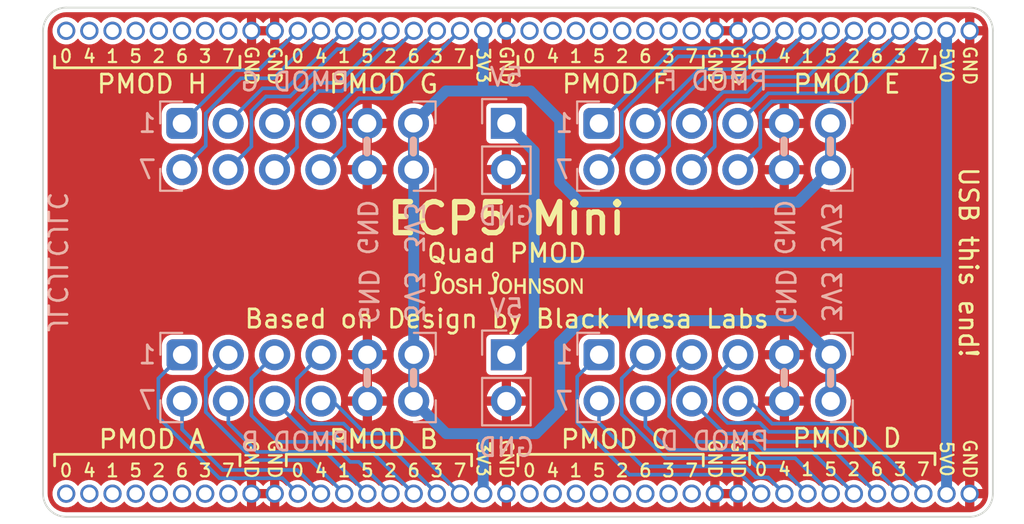
<source format=kicad_pcb>
(kicad_pcb (version 20200916) (generator pcbnew)
  (title_block (title "Quad PMOD") (date "2020-09-20") (rev "0.1") (company "Josh Johnson"))
  (layers (0 "F.Cu" signal) (31 "B.Cu" signal) (34 "B.Paste" user) (35 "F.Paste" user) (36 "B.SilkS" user) (37 "F.SilkS" user) (38 "B.Mask" user) (39 "F.Mask" user) (44 "Edge.Cuts" user))
  (net 0 "")
  (net 1 "/PORT_B0")
  (net 2 "/PORT_B4")
  (net 3 "/PORT_B1")
  (net 4 "/PORT_B5")
  (net 5 "/PORT_B2")
  (net 6 "/PORT_B6")
  (net 7 "/PORT_B3")
  (net 8 "/PORT_B7")
  (net 9 "/PORT_C0")
  (net 10 "/PORT_C4")
  (net 11 "/PORT_C1")
  (net 12 "/PORT_C5")
  (net 13 "/PORT_C2")
  (net 14 "/PORT_C6")
  (net 15 "/PORT_C3")
  (net 16 "/PORT_C7")
  (net 17 "/PORT_D0")
  (net 18 "/PORT_D4")
  (net 19 "/PORT_D1")
  (net 20 "/PORT_D5")
  (net 21 "/PORT_D2")
  (net 22 "/PORT_D6")
  (net 23 "/PORT_D3")
  (net 24 "/PORT_D7")
  (net 25 "/PORT_G0")
  (net 26 "/PORT_G4")
  (net 27 "/PORT_G1")
  (net 28 "/PORT_G5")
  (net 29 "/PORT_G2")
  (net 30 "/PORT_G6")
  (net 31 "/PORT_G3")
  (net 32 "/PORT_G7")
  (net 33 "/PORT_F0")
  (net 34 "/PORT_F4")
  (net 35 "/PORT_F1")
  (net 36 "/PORT_F5")
  (net 37 "/PORT_F2")
  (net 38 "/PORT_F6")
  (net 39 "/PORT_F3")
  (net 40 "/PORT_F7")
  (net 41 "/PORT_E0")
  (net 42 "GND")
  (net 43 "+5V")
  (net 44 "/PORT_E4")
  (net 45 "/PORT_E1")
  (net 46 "/PORT_E5")
  (net 47 "/PORT_E2")
  (net 48 "+3V3")
  (net 49 "/PORT_E6")
  (net 50 "/PORT_E3")
  (net 51 "/PORT_E7")
  (net 52 "/PORT_H7")
  (net 53 "/PORT_H3")
  (net 54 "/PORT_H6")
  (net 55 "/PORT_H2")
  (net 56 "/PORT_H5")
  (net 57 "/PORT_H1")
  (net 58 "/PORT_H4")
  (net 59 "/PORT_H0")
  (net 60 "/PORT_A0")
  (net 61 "/PORT_A4")
  (net 62 "/PORT_A1")
  (net 63 "/PORT_A5")
  (net 64 "/PORT_A2")
  (net 65 "/PORT_A6")
  (net 66 "/PORT_A3")
  (net 67 "/PORT_A7")
  (module "josh-connectors:ECP5-Mini-Edge-40x1.27" (layer "F.Cu") (at 117.348 80.264 90)
    (fp_text reference "J4" hide)
    (fp_text value "S7 Mini")
    (pad "1" thru_hole circle (at 1.27 0 90) (size 1 1) (drill 0.7) (layers *.Cu *.Mask) (net 59 "/PORT_H0") (clearance 0.25))
    (pad "2" thru_hole oval (at 1.27 1.27 90) (size 1 1) (drill 0.7) (layers *.Cu *.Mask) (net 58 "/PORT_H4") (clearance 0.25))
    (pad "3" thru_hole oval (at 1.27 2.54 90) (size 1 1) (drill 0.7) (layers *.Cu *.Mask) (net 57 "/PORT_H1") (clearance 0.25))
    (pad "4" thru_hole oval (at 1.27 3.81 90) (size 1 1) (drill 0.7) (layers *.Cu *.Mask) (net 56 "/PORT_H5") (clearance 0.25))
    (pad "5" thru_hole oval (at 1.27 5.08 90) (size 1 1) (drill 0.7) (layers *.Cu *.Mask) (net 55 "/PORT_H2") (clearance 0.25))
    (pad "6" thru_hole oval (at 1.27 6.35 90) (size 1 1) (drill 0.7) (layers *.Cu *.Mask) (net 54 "/PORT_H6") (clearance 0.25))
    (pad "7" thru_hole oval (at 1.27 7.62 90) (size 1 1) (drill 0.7) (layers *.Cu *.Mask) (net 53 "/PORT_H3") (clearance 0.25))
    (pad "8" thru_hole oval (at 1.27 8.89 90) (size 1 1) (drill 0.7) (layers *.Cu *.Mask) (net 52 "/PORT_H7") (clearance 0.25))
    (pad "9" thru_hole oval (at 1.27 10.16 90) (size 1 1) (drill 0.7) (layers *.Cu *.Mask) (net 42 "GND") (clearance 0.25))
    (pad "10" thru_hole oval (at 1.27 11.43 90) (size 1 1) (drill 0.7) (layers *.Cu *.Mask) (net 42 "GND") (clearance 0.25))
    (pad "11" thru_hole oval (at 1.27 12.7 90) (size 1 1) (drill 0.7) (layers *.Cu *.Mask) (net 25 "/PORT_G0") (clearance 0.25))
    (pad "12" thru_hole oval (at 1.27 13.97 90) (size 1 1) (drill 0.7) (layers *.Cu *.Mask) (net 26 "/PORT_G4") (clearance 0.25))
    (pad "13" thru_hole oval (at 1.27 15.24 90) (size 1 1) (drill 0.7) (layers *.Cu *.Mask) (net 27 "/PORT_G1") (clearance 0.25))
    (pad "14" thru_hole oval (at 1.27 16.51 90) (size 1 1) (drill 0.7) (layers *.Cu *.Mask) (net 28 "/PORT_G5") (clearance 0.25))
    (pad "15" thru_hole oval (at 1.27 17.78 90) (size 1 1) (drill 0.7) (layers *.Cu *.Mask) (net 29 "/PORT_G2") (clearance 0.25))
    (pad "16" thru_hole oval (at 1.27 19.05 90) (size 1 1) (drill 0.7) (layers *.Cu *.Mask) (net 30 "/PORT_G6") (clearance 0.25))
    (pad "17" thru_hole oval (at 1.27 20.32 90) (size 1 1) (drill 0.7) (layers *.Cu *.Mask) (net 31 "/PORT_G3") (clearance 0.25))
    (pad "18" thru_hole oval (at 1.27 21.59 90) (size 1 1) (drill 0.7) (layers *.Cu *.Mask) (net 32 "/PORT_G7"))
    (pad "19" thru_hole oval (at 1.27 22.86 90) (size 1 1) (drill 0.7) (layers *.Cu *.Mask) (net 48 "+3V3"))
    (pad "20" thru_hole oval (at 1.27 24.13 90) (size 1 1) (drill 0.7) (layers *.Cu *.Mask) (net 42 "GND"))
    (pad "21" thru_hole oval (at 1.27 25.4 90) (size 1 1) (drill 0.7) (layers *.Cu *.Mask) (net 33 "/PORT_F0") (clearance 0.25))
    (pad "22" thru_hole oval (at 1.27 26.67 90) (size 1 1) (drill 0.7) (layers *.Cu *.Mask) (net 34 "/PORT_F4") (clearance 0.25))
    (pad "23" thru_hole oval (at 1.27 27.94 90) (size 1 1) (drill 0.7) (layers *.Cu *.Mask) (net 35 "/PORT_F1") (clearance 0.25))
    (pad "24" thru_hole oval (at 1.27 29.21 90) (size 1 1) (drill 0.7) (layers *.Cu *.Mask) (net 36 "/PORT_F5") (clearance 0.25))
    (pad "25" thru_hole oval (at 1.27 30.48 90) (size 1 1) (drill 0.7) (layers *.Cu *.Mask) (net 37 "/PORT_F2"))
    (pad "26" thru_hole oval (at 1.27 31.75 90) (size 1 1) (drill 0.7) (layers *.Cu *.Mask) (net 38 "/PORT_F6"))
    (pad "27" thru_hole oval (at 1.27 33.02 90) (size 1 1) (drill 0.7) (layers *.Cu *.Mask) (net 39 "/PORT_F3") (clearance 0.25))
    (pad "28" thru_hole oval (at 1.27 34.29 90) (size 1 1) (drill 0.7) (layers *.Cu *.Mask) (net 40 "/PORT_F7"))
    (pad "29" thru_hole oval (at 1.27 35.56 90) (size 1 1) (drill 0.7) (layers *.Cu *.Mask) (net 42 "GND") (clearance 0.25))
    (pad "30" thru_hole oval (at 1.27 36.83 90) (size 1 1) (drill 0.7) (layers *.Cu *.Mask) (net 42 "GND") (clearance 0.25))
    (pad "31" thru_hole oval (at 1.27 38.1 90) (size 1 1) (drill 0.7) (layers *.Cu *.Mask) (net 41 "/PORT_E0"))
    (pad "32" thru_hole oval (at 1.27 39.37 90) (size 1 1) (drill 0.7) (layers *.Cu *.Mask) (net 44 "/PORT_E4") (clearance 0.25))
    (pad "33" thru_hole oval (at 1.27 40.64 90) (size 1 1) (drill 0.7) (layers *.Cu *.Mask) (net 45 "/PORT_E1") (clearance 0.25))
    (pad "34" thru_hole oval (at 1.27 41.91 90) (size 1 1) (drill 0.7) (layers *.Cu *.Mask) (net 46 "/PORT_E5") (clearance 0.25))
    (pad "35" thru_hole oval (at 1.27 43.18 90) (size 1 1) (drill 0.7) (layers *.Cu *.Mask) (net 47 "/PORT_E2") (clearance 0.25))
    (pad "36" thru_hole oval (at 1.27 44.45 90) (size 1 1) (drill 0.7) (layers *.Cu *.Mask) (net 49 "/PORT_E6"))
    (pad "37" thru_hole oval (at 1.27 45.72 90) (size 1 1) (drill 0.7) (layers *.Cu *.Mask) (net 50 "/PORT_E3") (clearance 0.25))
    (pad "38" thru_hole oval (at 1.27 46.99 90) (size 1 1) (drill 0.7) (layers *.Cu *.Mask) (net 51 "/PORT_E7"))
    (pad "39" thru_hole oval (at 1.27 48.26 90) (size 1 1) (drill 0.7) (layers *.Cu *.Mask) (net 43 "+5V"))
    (pad "40" thru_hole oval (at 1.27 49.53 90) (size 1 1) (drill 0.7) (layers *.Cu *.Mask) (net 42 "GND"))
  )
  (module "josh-logos:josh-johnson-logo-8_6x1_5" (layer "F.Cu") (at 141.5 92.8)
    (fp_text reference "LOGO1" hide)
    (fp_text value "Josh-Logo" hide)
  )
  (module "josh-connectors:PMOD_HOST" (layer "B.Cu") (at 146.558 84.074 -90)
    (fp_text reference "J8" hide)
    (fp_text value "PMOD")
    (fp_text user "3V3" (at 5.715 -12.7 -90 unlocked) (layer "B.SilkS") (effects (justify mirror)))
    (fp_text user "GND" (at 5.715 -10.14 -90 unlocked) (layer "B.SilkS") (effects (justify mirror)))
    (fp_text user "1" (at 0 1.905 unlocked) (layer "B.SilkS") (effects (justify mirror)))
    (fp_text user "7" (at 2.54 1.905 unlocked) (layer "B.SilkS") (effects (justify mirror)))
    (pad "1" thru_hole roundrect (at 0.0032 0.01044 90) (size 1.7 1.7) (drill 1) (layers *.Cu *.Mask) (roundrect_rratio 0.2) (net 41 "/PORT_E0"))
    (pad "2" thru_hole oval (at 0.0032 -2.52956 90) (size 1.7 1.7) (drill 1) (layers *.Cu *.Mask) (net 45 "/PORT_E1"))
    (pad "3" thru_hole oval (at 0.0032 -5.06956 90) (size 1.7 1.7) (drill 1) (layers *.Cu *.Mask) (net 47 "/PORT_E2"))
    (pad "4" thru_hole oval (at 0.0032 -7.60956 90) (size 1.7 1.7) (drill 1) (layers *.Cu *.Mask) (net 50 "/PORT_E3"))
    (pad "5" thru_hole oval (at 0.0032 -10.14956 90) (size 1.7 1.7) (drill 1) (layers *.Cu *.Mask) (net 42 "GND"))
    (pad "6" thru_hole oval (at 0.0032 -12.68956 90) (size 1.7 1.7) (drill 1) (layers *.Cu *.Mask) (net 48 "+3V3"))
    (pad "7" thru_hole oval (at 2.5432 0.01044 90) (size 1.7 1.7) (drill 1) (layers *.Cu *.Mask) (net 44 "/PORT_E4"))
    (pad "8" thru_hole oval (at 2.5432 -2.52956 90) (size 1.7 1.7) (drill 1) (layers *.Cu *.Mask) (net 46 "/PORT_E5"))
    (pad "9" thru_hole oval (at 2.5432 -5.06956 90) (size 1.7 1.7) (drill 1) (layers *.Cu *.Mask) (net 49 "/PORT_E6"))
    (pad "10" thru_hole oval (at 2.5432 -7.60956 90) (size 1.7 1.7) (drill 1) (layers *.Cu *.Mask) (net 51 "/PORT_E7"))
    (pad "11" thru_hole oval (at 2.5432 -10.14956 90) (size 1.7 1.7) (drill 1) (layers *.Cu *.Mask) (net 42 "GND"))
    (pad "12" thru_hole oval (at 2.5432 -12.68956 90) (size 1.7 1.7) (drill 1) (layers *.Cu *.Mask) (net 48 "+3V3"))
  )
  (module "Connector_PinSocket_2.54mm:PinSocket_1x02_P2.54mm_Vertical" (layer "B.Cu") (at 141.478 84.074 180)
    (fp_text reference "J6" hide)
    (fp_text value "PWR")
    (pad "1" thru_hole rect (at 0 0 180) (size 1.7 1.7) (drill 1) (layers *.Cu *.Mask) (net 43 "+5V"))
    (pad "2" thru_hole oval (at 0 -2.54 180) (size 1.7 1.7) (drill 1) (layers *.Cu *.Mask) (net 42 "GND"))
  )
  (module "josh-connectors:PMOD_HOST" (layer "B.Cu") (at 123.698 84.074 -90)
    (fp_text reference "J7" hide)
    (fp_text value "PMOD")
    (fp_text user "7" (at 2.54 1.905 unlocked) (layer "B.SilkS") (effects (justify mirror)))
    (fp_text user "1" (at 0 1.905 unlocked) (layer "B.SilkS") (effects (justify mirror)))
    (fp_text user "GND" (at 5.715 -10.14 -90 unlocked) (layer "B.SilkS") (effects (justify mirror)))
    (fp_text user "3V3" (at 5.715 -12.7 -90 unlocked) (layer "B.SilkS") (effects (justify mirror)))
    (pad "1" thru_hole roundrect (at 0.0032 0.01044 90) (size 1.7 1.7) (drill 1) (layers *.Cu *.Mask) (roundrect_rratio 0.2) (net 25 "/PORT_G0"))
    (pad "2" thru_hole oval (at 0.0032 -2.52956 90) (size 1.7 1.7) (drill 1) (layers *.Cu *.Mask) (net 27 "/PORT_G1"))
    (pad "3" thru_hole oval (at 0.0032 -5.06956 90) (size 1.7 1.7) (drill 1) (layers *.Cu *.Mask) (net 29 "/PORT_G2"))
    (pad "4" thru_hole oval (at 0.0032 -7.60956 90) (size 1.7 1.7) (drill 1) (layers *.Cu *.Mask) (net 31 "/PORT_G3"))
    (pad "5" thru_hole oval (at 0.0032 -10.14956 90) (size 1.7 1.7) (drill 1) (layers *.Cu *.Mask) (net 42 "GND"))
    (pad "6" thru_hole oval (at 0.0032 -12.68956 90) (size 1.7 1.7) (drill 1) (layers *.Cu *.Mask) (net 48 "+3V3"))
    (pad "7" thru_hole oval (at 2.5432 0.01044 90) (size 1.7 1.7) (drill 1) (layers *.Cu *.Mask) (net 26 "/PORT_G4"))
    (pad "8" thru_hole oval (at 2.5432 -2.52956 90) (size 1.7 1.7) (drill 1) (layers *.Cu *.Mask) (net 28 "/PORT_G5"))
    (pad "9" thru_hole oval (at 2.5432 -5.06956 90) (size 1.7 1.7) (drill 1) (layers *.Cu *.Mask) (net 30 "/PORT_G6"))
    (pad "10" thru_hole oval (at 2.5432 -7.60956 90) (size 1.7 1.7) (drill 1) (layers *.Cu *.Mask) (net 32 "/PORT_G7"))
    (pad "11" thru_hole oval (at 2.5432 -10.14956 90) (size 1.7 1.7) (drill 1) (layers *.Cu *.Mask) (net 42 "GND"))
    (pad "12" thru_hole oval (at 2.5432 -12.68956 90) (size 1.7 1.7) (drill 1) (layers *.Cu *.Mask) (net 48 "+3V3"))
  )
  (module "josh-connectors:ECP5-Mini-Edge-40x1.27" (layer "B.Cu") (at 117.348 103.124 -90)
    (fp_text reference "J3" hide)
    (fp_text value "S7 Mini")
    (pad "1" thru_hole circle (at 1.27 0 270) (size 1 1) (drill 0.7) (layers *.Cu *.Mask) (net 60 "/PORT_A0") (clearance 0.25))
    (pad "2" thru_hole oval (at 1.27 -1.27 270) (size 1 1) (drill 0.7) (layers *.Cu *.Mask) (net 61 "/PORT_A4") (clearance 0.25))
    (pad "3" thru_hole oval (at 1.27 -2.54 270) (size 1 1) (drill 0.7) (layers *.Cu *.Mask) (net 62 "/PORT_A1") (clearance 0.25))
    (pad "4" thru_hole oval (at 1.27 -3.81 270) (size 1 1) (drill 0.7) (layers *.Cu *.Mask) (net 63 "/PORT_A5") (clearance 0.25))
    (pad "5" thru_hole oval (at 1.27 -5.08 270) (size 1 1) (drill 0.7) (layers *.Cu *.Mask) (net 64 "/PORT_A2") (clearance 0.25))
    (pad "6" thru_hole oval (at 1.27 -6.35 270) (size 1 1) (drill 0.7) (layers *.Cu *.Mask) (net 65 "/PORT_A6") (clearance 0.25))
    (pad "7" thru_hole oval (at 1.27 -7.62 270) (size 1 1) (drill 0.7) (layers *.Cu *.Mask) (net 66 "/PORT_A3") (clearance 0.25))
    (pad "8" thru_hole oval (at 1.27 -8.89 270) (size 1 1) (drill 0.7) (layers *.Cu *.Mask) (net 67 "/PORT_A7") (clearance 0.25))
    (pad "9" thru_hole oval (at 1.27 -10.16 270) (size 1 1) (drill 0.7) (layers *.Cu *.Mask) (net 42 "GND") (clearance 0.25))
    (pad "10" thru_hole oval (at 1.27 -11.43 270) (size 1 1) (drill 0.7) (layers *.Cu *.Mask) (net 42 "GND") (clearance 0.25))
    (pad "11" thru_hole oval (at 1.27 -12.7 270) (size 1 1) (drill 0.7) (layers *.Cu *.Mask) (net 1 "/PORT_B0") (clearance 0.25))
    (pad "12" thru_hole oval (at 1.27 -13.97 270) (size 1 1) (drill 0.7) (layers *.Cu *.Mask) (net 2 "/PORT_B4") (clearance 0.25))
    (pad "13" thru_hole oval (at 1.27 -15.24 270) (size 1 1) (drill 0.7) (layers *.Cu *.Mask) (net 3 "/PORT_B1") (clearance 0.25))
    (pad "14" thru_hole oval (at 1.27 -16.51 270) (size 1 1) (drill 0.7) (layers *.Cu *.Mask) (net 4 "/PORT_B5") (clearance 0.25))
    (pad "15" thru_hole oval (at 1.27 -17.78 270) (size 1 1) (drill 0.7) (layers *.Cu *.Mask) (net 5 "/PORT_B2") (clearance 0.25))
    (pad "16" thru_hole oval (at 1.27 -19.05 270) (size 1 1) (drill 0.7) (layers *.Cu *.Mask) (net 6 "/PORT_B6") (clearance 0.25))
    (pad "17" thru_hole oval (at 1.27 -20.32 270) (size 1 1) (drill 0.7) (layers *.Cu *.Mask) (net 7 "/PORT_B3") (clearance 0.25))
    (pad "18" thru_hole oval (at 1.27 -21.59 270) (size 1 1) (drill 0.7) (layers *.Cu *.Mask) (net 8 "/PORT_B7"))
    (pad "19" thru_hole oval (at 1.27 -22.86 270) (size 1 1) (drill 0.7) (layers *.Cu *.Mask) (net 48 "+3V3"))
    (pad "20" thru_hole oval (at 1.27 -24.13 270) (size 1 1) (drill 0.7) (layers *.Cu *.Mask) (net 42 "GND"))
    (pad "21" thru_hole oval (at 1.27 -25.4 270) (size 1 1) (drill 0.7) (layers *.Cu *.Mask) (net 9 "/PORT_C0") (clearance 0.25))
    (pad "22" thru_hole oval (at 1.27 -26.67 270) (size 1 1) (drill 0.7) (layers *.Cu *.Mask) (net 10 "/PORT_C4") (clearance 0.25))
    (pad "23" thru_hole oval (at 1.27 -27.94 270) (size 1 1) (drill 0.7) (layers *.Cu *.Mask) (net 11 "/PORT_C1") (clearance 0.25))
    (pad "24" thru_hole oval (at 1.27 -29.21 270) (size 1 1) (drill 0.7) (layers *.Cu *.Mask) (net 12 "/PORT_C5") (clearance 0.25))
    (pad "25" thru_hole oval (at 1.27 -30.48 270) (size 1 1) (drill 0.7) (layers *.Cu *.Mask) (net 13 "/PORT_C2"))
    (pad "26" thru_hole oval (at 1.27 -31.75 270) (size 1 1) (drill 0.7) (layers *.Cu *.Mask) (net 14 "/PORT_C6"))
    (pad "27" thru_hole oval (at 1.27 -33.02 270) (size 1 1) (drill 0.7) (layers *.Cu *.Mask) (net 15 "/PORT_C3") (clearance 0.25))
    (pad "28" thru_hole oval (at 1.27 -34.29 270) (size 1 1) (drill 0.7) (layers *.Cu *.Mask) (net 16 "/PORT_C7"))
    (pad "29" thru_hole oval (at 1.27 -35.56 270) (size 1 1) (drill 0.7) (layers *.Cu *.Mask) (net 42 "GND") (clearance 0.25))
    (pad "30" thru_hole oval (at 1.27 -36.83 270) (size 1 1) (drill 0.7) (layers *.Cu *.Mask) (net 42 "GND") (clearance 0.25))
    (pad "31" thru_hole oval (at 1.27 -38.1 270) (size 1 1) (drill 0.7) (layers *.Cu *.Mask) (net 17 "/PORT_D0"))
    (pad "32" thru_hole oval (at 1.27 -39.37 270) (size 1 1) (drill 0.7) (layers *.Cu *.Mask) (net 18 "/PORT_D4") (clearance 0.25))
    (pad "33" thru_hole oval (at 1.27 -40.64 270) (size 1 1) (drill 0.7) (layers *.Cu *.Mask) (net 19 "/PORT_D1") (clearance 0.25))
    (pad "34" thru_hole oval (at 1.27 -41.91 270) (size 1 1) (drill 0.7) (layers *.Cu *.Mask) (net 20 "/PORT_D5") (clearance 0.25))
    (pad "35" thru_hole oval (at 1.27 -43.18 270) (size 1 1) (drill 0.7) (layers *.Cu *.Mask) (net 21 "/PORT_D2") (clearance 0.25))
    (pad "36" thru_hole oval (at 1.27 -44.45 270) (size 1 1) (drill 0.7) (layers *.Cu *.Mask) (net 22 "/PORT_D6"))
    (pad "37" thru_hole oval (at 1.27 -45.72 270) (size 1 1) (drill 0.7) (layers *.Cu *.Mask) (net 23 "/PORT_D3") (clearance 0.25))
    (pad "38" thru_hole oval (at 1.27 -46.99 270) (size 1 1) (drill 0.7) (layers *.Cu *.Mask) (net 24 "/PORT_D7"))
    (pad "39" thru_hole oval (at 1.27 -48.26 270) (size 1 1) (drill 0.7) (layers *.Cu *.Mask) (net 43 "+5V"))
    (pad "40" thru_hole oval (at 1.27 -49.53 270) (size 1 1) (drill 0.7) (layers *.Cu *.Mask) (net 42 "GND"))
  )
  (module "josh-connectors:PMOD_HOST" (layer "B.Cu") (at 146.56844 96.7676 -90)
    (fp_text reference "J2" hide)
    (fp_text value "PMOD")
    (fp_text user "7" (at 2.5464 1.91544 unlocked) (layer "B.SilkS") (effects (justify mirror)))
    (fp_text user "3V3" (at -3.2 -12.7 -90 unlocked) (layer "B.SilkS") (effects (justify mirror)))
    (fp_text user "1" (at 0.0064 1.91544 unlocked) (layer "B.SilkS") (effects (justify mirror)))
    (fp_text user "GND" (at -3.2 -10.2 -90 unlocked) (layer "B.SilkS") (effects (justify mirror)))
    (pad "1" thru_hole roundrect (at 0.0032 0.01044 90) (size 1.7 1.7) (drill 1) (layers *.Cu *.Mask) (roundrect_rratio 0.2) (net 17 "/PORT_D0"))
    (pad "2" thru_hole oval (at 0.0032 -2.52956 90) (size 1.7 1.7) (drill 1) (layers *.Cu *.Mask) (net 19 "/PORT_D1"))
    (pad "3" thru_hole oval (at 0.0032 -5.06956 90) (size 1.7 1.7) (drill 1) (layers *.Cu *.Mask) (net 21 "/PORT_D2"))
    (pad "4" thru_hole oval (at 0.0032 -7.60956 90) (size 1.7 1.7) (drill 1) (layers *.Cu *.Mask) (net 23 "/PORT_D3"))
    (pad "5" thru_hole oval (at 0.0032 -10.14956 90) (size 1.7 1.7) (drill 1) (layers *.Cu *.Mask) (net 42 "GND"))
    (pad "6" thru_hole oval (at 0.0032 -12.68956 90) (size 1.7 1.7) (drill 1) (layers *.Cu *.Mask) (net 48 "+3V3"))
    (pad "7" thru_hole oval (at 2.5432 0.01044 90) (size 1.7 1.7) (drill 1) (layers *.Cu *.Mask) (net 18 "/PORT_D4"))
    (pad "8" thru_hole oval (at 2.5432 -2.52956 90) (size 1.7 1.7) (drill 1) (layers *.Cu *.Mask) (net 20 "/PORT_D5"))
    (pad "9" thru_hole oval (at 2.5432 -5.06956 90) (size 1.7 1.7) (drill 1) (layers *.Cu *.Mask) (net 22 "/PORT_D6"))
    (pad "10" thru_hole oval (at 2.5432 -7.60956 90) (size 1.7 1.7) (drill 1) (layers *.Cu *.Mask) (net 24 "/PORT_D7"))
    (pad "11" thru_hole oval (at 2.5432 -10.14956 90) (size 1.7 1.7) (drill 1) (layers *.Cu *.Mask) (net 42 "GND"))
    (pad "12" thru_hole oval (at 2.5432 -12.68956 90) (size 1.7 1.7) (drill 1) (layers *.Cu *.Mask) (net 48 "+3V3"))
  )
  (module "Connector_PinSocket_2.54mm:PinSocket_1x02_P2.54mm_Vertical" (layer "B.Cu") (at 141.478 96.774 180)
    (fp_text reference "J5" hide)
    (fp_text value "PWR")
    (pad "1" thru_hole rect (at 0 0 180) (size 1.7 1.7) (drill 1) (layers *.Cu *.Mask) (net 43 "+5V"))
    (pad "2" thru_hole oval (at 0 -2.54 180) (size 1.7 1.7) (drill 1) (layers *.Cu *.Mask) (net 42 "GND"))
  )
  (module "josh-connectors:PMOD_HOST" (layer "B.Cu") (at 123.70844 96.7708 -90)
    (fp_text reference "J1" hide)
    (fp_text value "PMOD")
    (fp_text user "GND" (at -3.2 -10.2 -90 unlocked) (layer "B.SilkS") (effects (justify mirror)))
    (fp_text user "3V3" (at -3.2 -12.7 -90 unlocked) (layer "B.SilkS") (effects (justify mirror)))
    (fp_text user "7" (at 2.5 1.91544 unlocked) (layer "B.SilkS") (effects (justify mirror)))
    (fp_text user "1" (at 0.0032 1.91544 unlocked) (layer "B.SilkS") (effects (justify mirror)))
    (pad "1" thru_hole roundrect (at 0.0032 0.01044 90) (size 1.7 1.7) (drill 1) (layers *.Cu *.Mask) (roundrect_rratio 0.2) (net 1 "/PORT_B0"))
    (pad "2" thru_hole oval (at 0.0032 -2.52956 90) (size 1.7 1.7) (drill 1) (layers *.Cu *.Mask) (net 3 "/PORT_B1"))
    (pad "3" thru_hole oval (at 0.0032 -5.06956 90) (size 1.7 1.7) (drill 1) (layers *.Cu *.Mask) (net 5 "/PORT_B2"))
    (pad "4" thru_hole oval (at 0.0032 -7.60956 90) (size 1.7 1.7) (drill 1) (layers *.Cu *.Mask) (net 7 "/PORT_B3"))
    (pad "5" thru_hole oval (at 0.0032 -10.14956 90) (size 1.7 1.7) (drill 1) (layers *.Cu *.Mask) (net 42 "GND"))
    (pad "6" thru_hole oval (at 0.0032 -12.68956 90) (size 1.7 1.7) (drill 1) (layers *.Cu *.Mask) (net 48 "+3V3"))
    (pad "7" thru_hole oval (at 2.5432 0.01044 90) (size 1.7 1.7) (drill 1) (layers *.Cu *.Mask) (net 2 "/PORT_B4"))
    (pad "8" thru_hole oval (at 2.5432 -2.52956 90) (size 1.7 1.7) (drill 1) (layers *.Cu *.Mask) (net 4 "/PORT_B5"))
    (pad "9" thru_hole oval (at 2.5432 -5.06956 90) (size 1.7 1.7) (drill 1) (layers *.Cu *.Mask) (net 6 "/PORT_B6"))
    (pad "10" thru_hole oval (at 2.5432 -7.60956 90) (size 1.7 1.7) (drill 1) (layers *.Cu *.Mask) (net 8 "/PORT_B7"))
    (pad "11" thru_hole oval (at 2.5432 -10.14956 90) (size 1.7 1.7) (drill 1) (layers *.Cu *.Mask) (net 42 "GND"))
    (pad "12" thru_hole oval (at 2.5432 -12.68956 90) (size 1.7 1.7) (drill 1) (layers *.Cu *.Mask) (net 48 "+3V3"))
  )
  (gr_line (start 139.573 102.87) (end 139.573 102.235) (layer "F.SilkS") (width 0.15))
  (gr_line (start 152.273 102.235) (end 142.113 102.235) (layer "F.SilkS") (width 0.15))
  (gr_line (start 126.873 102.235) (end 116.713 102.235) (layer "F.SilkS") (width 0.15))
  (gr_line (start 154.813 80.391) (end 154.813 81.026) (layer "F.SilkS") (width 0.15))
  (gr_line (start 129.413 102.235) (end 129.413 102.87) (layer "F.SilkS") (width 0.15))
  (gr_line (start 164.973 102.8065) (end 164.973 102.1715) (layer "F.SilkS") (width 0.15))
  (gr_line (start 139.573 81.026) (end 139.573 80.391) (layer "F.SilkS") (width 0.15))
  (gr_line (start 116.713 81.026) (end 126.873 81.026) (layer "F.SilkS") (width 0.15))
  (gr_line (start 152.273 81.026) (end 152.273 80.391) (layer "F.SilkS") (width 0.15))
  (gr_line (start 142.113 80.391) (end 142.113 81.026) (layer "F.SilkS") (width 0.15))
  (gr_line (start 142.113 81.026) (end 152.273 81.026) (layer "F.SilkS") (width 0.15))
  (gr_line (start 129.413 80.391) (end 129.413 81.026) (layer "F.SilkS") (width 0.15))
  (gr_line (start 116.713 102.235) (end 116.713 102.87) (layer "F.SilkS") (width 0.15))
  (gr_line (start 164.973 102.1715) (end 154.813 102.1715) (layer "F.SilkS") (width 0.15))
  (gr_line (start 126.873 102.87) (end 126.873 102.235) (layer "F.SilkS") (width 0.15))
  (gr_line (start 139.573 102.235) (end 129.413 102.235) (layer "F.SilkS") (width 0.15))
  (gr_line (start 164.973 81.026) (end 164.973 80.391) (layer "F.SilkS") (width 0.15))
  (gr_line (start 154.813 102.1715) (end 154.813 102.8065) (layer "F.SilkS") (width 0.15))
  (gr_line (start 116.713 80.391) (end 116.713 81.026) (layer "F.SilkS") (width 0.15))
  (gr_line (start 154.813 81.026) (end 164.973 81.026) (layer "F.SilkS") (width 0.15))
  (gr_line (start 142.113 102.235) (end 142.113 102.87) (layer "F.SilkS") (width 0.15))
  (gr_line (start 152.273 102.87) (end 152.273 102.235) (layer "F.SilkS") (width 0.15))
  (gr_line (start 129.413 81.026) (end 139.573 81.026) (layer "F.SilkS") (width 0.15))
  (gr_line (start 126.873 81.026) (end 126.873 80.391) (layer "F.SilkS") (width 0.15))
  (gr_arc (start 117.348 78.994) (end 117.348 77.724) (angle -90) (layer "Edge.Cuts") (width 0.1))
  (gr_arc (start 166.878 78.994) (end 168.148 78.994) (angle -90) (layer "Edge.Cuts") (width 0.1))
  (gr_line (start 116.078 104.394) (end 116.078 78.994) (layer "Edge.Cuts") (width 0.1))
  (gr_line (start 117.348 77.724) (end 166.878 77.724) (layer "Edge.Cuts") (width 0.1))
  (gr_line (start 166.878 105.664) (end 117.348 105.664) (layer "Edge.Cuts") (width 0.1))
  (gr_arc (start 117.348 104.394) (end 116.078 104.394) (angle -90) (layer "Edge.Cuts") (width 0.1))
  (gr_line (start 168.148 78.994) (end 168.148 104.394) (layer "Edge.Cuts") (width 0.1))
  (gr_arc (start 166.878 104.394) (end 166.878 105.664) (angle -90) (layer "Edge.Cuts") (width 0.1))
  (gr_text "JLCJLCJLC" (at 116.8475 91.7 270) (layer "B.SilkS") (effects (font (size 1 1)) (justify mirror)))
  (gr_text "5V" (at 141.478 94.234) (layer "B.SilkS") (effects (font (size 1 1)) (justify mirror)))
  (gr_text "PMOD G" (at 129.899999 81.8) (layer "B.SilkS") (effects (font (size 1 1)) (justify mirror)))
  (gr_text "GND" (at 141.478 101.854) (layer "B.SilkS") (effects (font (size 1 1)) (justify mirror)))
  (gr_text "PMOD B" (at 129.899999 101.5475) (layer "B.SilkS") (effects (font (size 1 1)) (justify mirror)))
  (gr_text "PMOD D" (at 152.9 101.5) (layer "B.SilkS") (effects (font (size 1 1)) (justify mirror)))
  (gr_text "PMOD F" (at 152.9 81.7525) (layer "B.SilkS") (effects (font (size 1 1)) (justify mirror)))
  (gr_text "GND" (at 141.478 89.154) (layer "B.SilkS") (effects (font (size 1 1)) (justify mirror)))
  (gr_text "5V" (at 141.478 81.534) (layer "B.SilkS") (effects (font (size 1 1)) (justify mirror)))
  (gr_text "5" (at 146.558 80.391) (layer "F.SilkS") (effects (font (size 0.7 0.7) (thickness 0.12))))
  (gr_text "7" (at 151.638 103.124) (layer "F.SilkS") (effects (font (size 0.7 0.7) (thickness 0.12))))
  (gr_text "PMOD A" (at 122.047 101.4095) (layer "F.SilkS") (effects (font (size 1 1))))
  (gr_text "ECP5 Mini" (at 141.478 89.3) (layer "F.SilkS") (effects (font (size 1.7 1.7) (thickness 0.3))))
  (gr_text "GND" (at 166.878 102.489 270) (layer "F.SilkS") (effects (font (size 0.7 0.7) (thickness 0.12))))
  (gr_text "7" (at 138.938 80.391) (layer "F.SilkS") (effects (font (size 0.7 0.7) (thickness 0.12))))
  (gr_text "3V3" (at 140.208 102.489 270) (layer "F.SilkS") (effects (font (size 0.7 0.7) (thickness 0.12))))
  (gr_text "PMOD B" (at 134.747 101.4095) (layer "F.SilkS") (effects (font (size 1 1))))
  (gr_text "GND" (at 152.908 80.899 270) (layer "F.SilkS") (effects (font (size 0.7 0.7) (thickness 0.12))))
  (gr_text "5" (at 159.258 103.0605) (layer "F.SilkS") (effects (font (size 0.7 0.7) (thickness 0.12))))
  (gr_text "2" (at 147.828 103.124) (layer "F.SilkS") (effects (font (size 0.7 0.7) (thickness 0.12))))
  (gr_text "1" (at 132.588 80.391) (layer "F.SilkS") (effects (font (size 0.7 0.7) (thickness 0.12))))
  (gr_text "4" (at 156.718 80.391) (layer "F.SilkS") (effects (font (size 0.7 0.7) (thickness 0.12))))
  (gr_text "USB this end!" (at 166.8 91.7 270) (layer "F.SilkS") (effects (font (size 1 1))))
  (gr_text "4" (at 131.318 103.124) (layer "F.SilkS") (effects (font (size 0.7 0.7) (thickness 0.12))))
  (gr_text "3" (at 137.668 103.124) (layer "F.SilkS") (effects (font (size 0.7 0.7) (thickness 0.12))))
  (gr_text "PMOD H" (at 122.047 81.915) (layer "F.SilkS") (effects (font (size 1 1))))
  (gr_text "3" (at 124.968 80.391) (layer "F.SilkS") (effects (font (size 0.7 0.7) (thickness 0.12))))
  (gr_text "0" (at 117.338 80.391) (layer "F.SilkS") (effects (font (size 0.7 0.7) (thickness 0.12))))
  (gr_text "GND" (at 127.488 102.489 270) (layer "F.SilkS") (effects (font (size 0.7 0.7) (thickness 0.12))))
  (gr_text "2" (at 160.528 80.391) (layer "F.SilkS") (effects (font (size 0.7 0.7) (thickness 0.12))))
  (gr_text "1" (at 119.888 80.391) (layer "F.SilkS") (effects (font (size 0.7 0.7) (thickness 0.12))))
  (gr_text "PMOD C" (at 147.447 101.4095) (layer "F.SilkS") (effects (font (size 1 1))))
  (gr_text "0" (at 130.038 80.391) (layer "F.SilkS") (effects (font (size 0.7 0.7) (thickness 0.12))))
  (gr_text "GND" (at 128.778 80.899 270) (layer "F.SilkS") (effects (font (size 0.7 0.7) (thickness 0.12))))
  (gr_text "0" (at 155.438 103.0605) (layer "F.SilkS") (effects (font (size 0.7 0.7) (thickness 0.12))))
  (gr_text "GND" (at 166.878 80.899 270) (layer "F.SilkS") (effects (font (size 0.7 0.7) (thickness 0.12))))
  (gr_text "2" (at 135.128 80.391) (layer "F.SilkS") (effects (font (size 0.7 0.7) (thickness 0.12))))
  (gr_text "4" (at 156.718 103.0605) (layer "F.SilkS") (effects (font (size 0.7 0.7) (thickness 0.12))))
  (gr_text "5" (at 133.858 80.391) (layer "F.SilkS") (effects (font (size 0.7 0.7) (thickness 0.12))))
  (gr_text "4" (at 118.618 103.124) (layer "F.SilkS") (effects (font (size 0.7 0.7) (thickness 0.12))))
  (gr_text "5" (at 121.158 80.391) (layer "F.SilkS") (effects (font (size 0.7 0.7) (thickness 0.12))))
  (gr_text "2" (at 135.128 103.124) (layer "F.SilkS") (effects (font (size 0.7 0.7) (thickness 0.12))))
  (gr_text "3" (at 150.368 80.391) (layer "F.SilkS") (effects (font (size 0.7 0.7) (thickness 0.12))))
  (gr_text "4" (at 118.618 80.391) (layer "F.SilkS") (effects (font (size 0.7 0.7) (thickness 0.12))))
  (gr_text "0" (at 142.738 103.124) (layer "F.SilkS") (effects (font (size 0.7 0.7) (thickness 0.12))))
  (gr_text "7" (at 138.938 103.124) (layer "F.SilkS") (effects (font (size 0.7 0.7) (thickness 0.12))))
  (gr_text "1" (at 132.588 103.124) (layer "F.SilkS") (effects (font (size 0.7 0.7) (thickness 0.12))))
  (gr_text "5" (at 159.258 80.391) (layer "F.SilkS") (effects (font (size 0.7 0.7) (thickness 0.12))))
  (gr_text "6" (at 136.398 80.391) (layer "F.SilkS") (effects (font (size 0.7 0.7) (thickness 0.12))))
  (gr_text "5" (at 146.558 103.124) (layer "F.SilkS") (effects (font (size 0.7 0.7) (thickness 0.12))))
  (gr_text "GND" (at 141.478 80.899 270) (layer "F.SilkS") (effects (font (size 0.7 0.7) (thickness 0.12))))
  (gr_text "3" (at 124.968 103.124) (layer "F.SilkS") (effects (font (size 0.7 0.7) (thickness 0.12))))
  (gr_text "1" (at 157.988 103.0605) (layer "F.SilkS") (effects (font (size 0.7 0.7) (thickness 0.12))))
  (gr_text "4" (at 144.018 103.124) (layer "F.SilkS") (effects (font (size 0.7 0.7) (thickness 0.12))))
  (gr_text "1" (at 157.988 80.391) (layer "F.SilkS") (effects (font (size 0.7 0.7) (thickness 0.12))))
  (gr_text "5V0" (at 165.608 102.489 270) (layer "F.SilkS") (effects (font (size 0.7 0.7) (thickness 0.12))))
  (gr_text "GND" (at 127.508 80.899 270) (layer "F.SilkS") (effects (font (size 0.7 0.7) (thickness 0.12))))
  (gr_text "PMOD E" (at 160.147 81.915) (layer "F.SilkS") (effects (font (size 1 1))))
  (gr_text "5" (at 133.858 103.124) (layer "F.SilkS") (effects (font (size 0.7 0.7) (thickness 0.12))))
  (gr_text "6" (at 161.798 103.0605) (layer "F.SilkS") (effects (font (size 0.7 0.7) (thickness 0.12))))
  (gr_text "7" (at 151.638 80.391) (layer "F.SilkS") (effects (font (size 0.7 0.7) (thickness 0.12))))
  (gr_text "7" (at 164.338 80.391) (layer "F.SilkS") (effects (font (size 0.7 0.7) (thickness 0.12))))
  (gr_text "4" (at 131.318 80.391) (layer "F.SilkS") (effects (font (size 0.7 0.7) (thickness 0.12))))
  (gr_text "1" (at 119.888 103.124) (layer "F.SilkS") (effects (font (size 0.7 0.7) (thickness 0.12))))
  (gr_text "6" (at 123.698 103.124) (layer "F.SilkS") (effects (font (size 0.7 0.7) (thickness 0.12))))
  (gr_text "6" (at 161.798 80.391) (layer "F.SilkS") (effects (font (size 0.7 0.7) (thickness 0.12))))
  (gr_text "3V3" (at 140.208 80.899 270) (layer "F.SilkS") (effects (font (size 0.7 0.7) (thickness 0.12))))
  (gr_text "GND" (at 141.478 102.489 270) (layer "F.SilkS") (effects (font (size 0.7 0.7) (thickness 0.12))))
  (gr_text "3" (at 163.068 103.0605) (layer "F.SilkS") (effects (font (size 0.7 0.7) (thickness 0.12))))
  (gr_text "0" (at 142.738 80.391) (layer "F.SilkS") (effects (font (size 0.7 0.7) (thickness 0.12))))
  (gr_text "6" (at 123.698 80.391) (layer "F.SilkS") (effects (font (size 0.7 0.7) (thickness 0.12))))
  (gr_text "7" (at 126.238 80.391) (layer "F.SilkS") (effects (font (size 0.7 0.7) (thickness 0.12))))
  (gr_text "1" (at 145.288 103.124) (layer "F.SilkS") (effects (font (size 0.7 0.7) (thickness 0.12))))
  (gr_text "6" (at 149.098 103.124) (layer "F.SilkS") (effects (font (size 0.7 0.7) (thickness 0.12))))
  (gr_text "Quad PMOD" (at 141.5 91.2) (layer "F.SilkS") (effects (font (size 1 1))))
  (gr_text "PMOD G" (at 134.747 81.915) (layer "F.SilkS") (effects (font (size 1 1))))
  (gr_text "3" (at 137.668 80.391) (layer "F.SilkS") (effects (font (size 0.7 0.7) (thickness 0.12))))
  (gr_text "0" (at 155.438 80.391) (layer "F.SilkS") (effects (font (size 0.7 0.7) (thickness 0.12))))
  (gr_text "7" (at 126.238 103.124) (layer "F.SilkS") (effects (font (size 0.7 0.7) (thickness 0.12))))
  (gr_text "7" (at 164.338 103.0605) (layer "F.SilkS") (effects (font (size 0.7 0.7) (thickness 0.12))))
  (gr_text "0" (at 117.338 103.124) (layer "F.SilkS") (effects (font (size 0.7 0.7) (thickness 0.12))))
  (gr_text "1" (at 145.288 80.391) (layer "F.SilkS") (effects (font (size 0.7 0.7) (thickness 0.12))))
  (gr_text "0" (at 130.038 103.124) (layer "F.SilkS") (effects (font (size 0.7 0.7) (thickness 0.12))))
  (gr_text "2" (at 147.828 80.391) (layer "F.SilkS") (effects (font (size 0.7 0.7) (thickness 0.12))))
  (gr_text "5" (at 121.158 103.124) (layer "F.SilkS") (effects (font (size 0.7 0.7) (thickness 0.12))))
  (gr_text "2" (at 122.428 103.124) (layer "F.SilkS") (effects (font (size 0.7 0.7) (thickness 0.12))))
  (gr_text "4" (at 144.018 80.391) (layer "F.SilkS") (effects (font (size 0.7 0.7) (thickness 0.12))))
  (gr_text "GND" (at 154.178 102.489 270) (layer "F.SilkS") (effects (font (size 0.7 0.7) (thickness 0.12))))
  (gr_text "2" (at 122.428 80.391) (layer "F.SilkS") (effects (font (size 0.7 0.7) (thickness 0.12))))
  (gr_text "GND" (at 128.778 102.489 270) (layer "F.SilkS") (effects (font (size 0.7 0.7) (thickness 0.12))))
  (gr_text "3" (at 163.068 80.391) (layer "F.SilkS") (effects (font (size 0.7 0.7) (thickness 0.12))))
  (gr_text "3" (at 150.368 103.124) (layer "F.SilkS") (effects (font (size 0.7 0.7) (thickness 0.12))))
  (gr_text "PMOD F" (at 147.447 81.915) (layer "F.SilkS") (effects (font (size 1 1))))
  (gr_text "5V0" (at 165.608 80.899 270) (layer "F.SilkS") (effects (font (size 0.7 0.7) (thickness 0.12))))
  (gr_text "2" (at 160.528 103.0605) (layer "F.SilkS") (effects (font (size 0.7 0.7) (thickness 0.12))))
  (gr_text "6" (at 149.098 80.391) (layer "F.SilkS") (effects (font (size 0.7 0.7) (thickness 0.12))))
  (gr_text "GND" (at 154.178 80.899 270) (layer "F.SilkS") (effects (font (size 0.7 0.7) (thickness 0.12))))
  (gr_text "Based on Design by Black Mesa Labs" (at 141.5 94.8) (layer "F.SilkS") (effects (font (size 1 1))))
  (gr_text "6" (at 136.398 103.124) (layer "F.SilkS") (effects (font (size 0.7 0.7) (thickness 0.12))))
  (gr_text "GND" (at 152.908 102.489 270) (layer "F.SilkS") (effects (font (size 0.7 0.7) (thickness 0.12))))
  (gr_text "PMOD D" (at 160.147 101.346) (layer "F.SilkS") (effects (font (size 1 1))))
  (segment (start 127.099999 103.543999) (end 127.093987 103.550011) (width 0.2) (layer "B.Cu") (net 1))
  (segment (start 127.922013 103.550011) (end 127.916001 103.543999) (width 0.2) (layer "B.Cu") (net 1))
  (segment (start 127.093987 103.550011) (end 126.652013 103.550011) (width 0.2) (layer "B.Cu") (net 1))
  (segment (start 129.197999 103.543999) (end 128.369999 103.543999) (width 0.2) (layer "B.Cu") (net 1))
  (segment (start 126.646001 103.543999) (end 125.743999 103.543999) (width 0.2) (layer "B.Cu") (net 1))
  (segment (start 122.4 98.072) (end 123.698 96.774) (width 0.2) (layer "B.Cu") (net 1))
  (segment (start 127.916001 103.543999) (end 127.099999 103.543999) (width 0.2) (layer "B.Cu") (net 1))
  (segment (start 125.743999 103.543999) (end 122.4 100.2) (width 0.2) (layer "B.Cu") (net 1))
  (segment (start 128.369999 103.543999) (end 128.363987 103.550011) (width 0.2) (layer "B.Cu") (net 1))
  (segment (start 128.363987 103.550011) (end 127.922013 103.550011) (width 0.2) (layer "B.Cu") (net 1))
  (segment (start 122.4 100.2) (end 122.4 98.072) (width 0.2) (layer "B.Cu") (net 1))
  (segment (start 130.048 104.394) (end 129.197999 103.543999) (width 0.2) (layer "B.Cu") (net 1))
  (segment (start 126.652013 103.550011) (end 126.646001 103.543999) (width 0.2) (layer "B.Cu") (net 1))
  (segment (start 123.698 99.314) (end 123.698 100.86159) (width 0.2) (layer "B.Cu") (net 2))
  (segment (start 125.930398 103.093988) (end 130.017988 103.093988) (width 0.2) (layer "B.Cu") (net 2))
  (segment (start 130.017988 103.093988) (end 131.318 104.394) (width 0.2) (layer "B.Cu") (net 2))
  (segment (start 123.698 100.86159) (end 125.930398 103.093988) (width 0.2) (layer "B.Cu") (net 2))
  (segment (start 125 99.914492) (end 127.635519 102.550011) (width 0.2) (layer "B.Cu") (net 3))
  (segment (start 130.744011 102.550011) (end 132.588 104.394) (width 0.2) (layer "B.Cu") (net 3))
  (segment (start 127.635519 102.550011) (end 130.744011 102.550011) (width 0.2) (layer "B.Cu") (net 3))
  (segment (start 125 98.012) (end 125 99.914492) (width 0.2) (layer "B.Cu") (net 3))
  (segment (start 126.238 96.774) (end 125 98.012) (width 0.2) (layer "B.Cu") (net 3))
  (segment (start 126.238 100.516081) (end 126.238 99.314) (width 0.2) (layer "B.Cu") (net 4))
  (segment (start 131.564 102.1) (end 127.821919 102.1) (width 0.2) (layer "B.Cu") (net 4))
  (segment (start 127.821919 102.1) (end 126.238 100.516081) (width 0.2) (layer "B.Cu") (net 4))
  (segment (start 133.858 104.394) (end 131.564 102.1) (width 0.2) (layer "B.Cu") (net 4))
  (segment (start 132.9136 102.650011) (end 133.384011 102.650011) (width 0.2) (layer "B.Cu") (net 5))
  (segment (start 128.778 96.774) (end 127.5 98.052) (width 0.2) (layer "B.Cu") (net 5))
  (segment (start 127.5 98.052) (end 127.5 100.1) (width 0.2) (layer "B.Cu") (net 5))
  (segment (start 127.5 100.1) (end 128.950011 101.550011) (width 0.2) (layer "B.Cu") (net 5))
  (segment (start 133.384011 102.650011) (end 135.128 104.394) (width 0.2) (layer "B.Cu") (net 5))
  (segment (start 128.950011 101.550011) (end 131.8136 101.550011) (width 0.2) (layer "B.Cu") (net 5))
  (segment (start 131.8136 101.550011) (end 132.9136 102.650011) (width 0.2) (layer "B.Cu") (net 5))
  (segment (start 133.1 102.2) (end 134.204 102.2) (width 0.2) (layer "B.Cu") (net 6))
  (segment (start 130.564 101.1) (end 132 101.1) (width 0.2) (layer "B.Cu") (net 6))
  (segment (start 134.204 102.2) (end 136.398 104.394) (width 0.2) (layer "B.Cu") (net 6))
  (segment (start 128.778 99.314) (end 130.564 101.1) (width 0.2) (layer "B.Cu") (net 6))
  (segment (start 132 101.1) (end 133.1 102.2) (width 0.2) (layer "B.Cu") (net 6))
  (segment (start 130 99.772002) (end 130.778007 100.550009) (width 0.2) (layer "B.Cu") (net 7))
  (segment (start 130.778007 100.550009) (end 132.556831 100.550009) (width 0.2) (layer "B.Cu") (net 7))
  (segment (start 132.556831 100.550009) (end 133.556811 101.549989) (width 0.2) (layer "B.Cu") (net 7))
  (segment (start 134.823989 101.549989) (end 137.668 104.394) (width 0.2) (layer "B.Cu") (net 7))
  (segment (start 133.556811 101.549989) (end 134.823989 101.549989) (width 0.2) (layer "B.Cu") (net 7))
  (segment (start 130 98.092) (end 130 99.772002) (width 0.2) (layer "B.Cu") (net 7))
  (segment (start 131.318 96.774) (end 130 98.092) (width 0.2) (layer "B.Cu") (net 7))
  (segment (start 133.743211 101.099978) (end 135.643978 101.099978) (width 0.2) (layer "B.Cu") (net 8))
  (segment (start 131.318 99.314) (end 131.957233 99.314) (width 0.2) (layer "B.Cu") (net 8))
  (segment (start 131.957233 99.314) (end 133.743211 101.099978) (width 0.2) (layer "B.Cu") (net 8))
  (segment (start 135.643978 101.099978) (end 138.938 104.394) (width 0.2) (layer "B.Cu") (net 8))
  (segment (start 155.404723 104.394) (end 155.448 104.394) (width 0.2) (layer "B.Cu") (net 17))
  (segment (start 145.357999 97.970801) (end 145.357999 100.49441) (width 0.2) (layer "B.Cu") (net 17))
  (segment (start 154.360778 103.350055) (end 155.404723 104.394) (width 0.2) (layer "B.Cu") (net 17))
  (segment (start 146.558 96.7708) (end 145.357999 97.970801) (width 0.2) (layer "B.Cu") (net 17))
  (segment (start 145.357999 100.49441) (end 148.213644 103.350055) (width 0.2) (layer "B.Cu") (net 17))
  (segment (start 148.213644 103.350055) (end 154.360778 103.350055) (width 0.2) (layer "B.Cu") (net 17))
  (segment (start 146.558 99.3108) (end 146.558 100.512881) (width 0.2) (layer "B.Cu") (net 18))
  (segment (start 155.1472 103.500066) (end 155.824066 103.500066) (width 0.2) (layer "B.Cu") (net 18))
  (segment (start 146.558 100.512881) (end 148.945163 102.900044) (width 0.2) (layer "B.Cu") (net 18))
  (segment (start 154.547178 102.900044) (end 155.1472 103.500066) (width 0.2) (layer "B.Cu") (net 18))
  (segment (start 148.945163 102.900044) (end 154.547178 102.900044) (width 0.2) (layer "B.Cu") (net 18))
  (segment (start 155.824066 103.500066) (end 156.718 104.394) (width 0.2) (layer "B.Cu") (net 18))
  (segment (start 155.183545 102.9) (end 156.494 102.9) (width 0.2) (layer "B.Cu") (net 19))
  (segment (start 150.213622 102.450033) (end 154.733578 102.450033) (width 0.2) (layer "B.Cu") (net 19))
  (segment (start 147.8 100.036411) (end 150.213622 102.450033) (width 0.2) (layer "B.Cu") (net 19))
  (segment (start 156.494 102.9) (end 157.988 104.394) (width 0.2) (layer "B.Cu") (net 19))
  (segment (start 154.733578 102.450033) (end 155.183545 102.9) (width 0.2) (layer "B.Cu") (net 19))
  (segment (start 147.8 98.0688) (end 147.8 100.036411) (width 0.2) (layer "B.Cu") (net 19))
  (segment (start 149.098 96.7708) (end 147.8 98.0688) (width 0.2) (layer "B.Cu") (net 19))
  (segment (start 157.313989 102.449989) (end 159.258 104.394) (width 0.2) (layer "B.Cu") (net 20))
  (segment (start 149.098 100.698) (end 150.400022 102.000022) (width 0.2) (layer "B.Cu") (net 20))
  (segment (start 154.919978 102.000022) (end 155.369945 102.449989) (width 0.2) (layer "B.Cu") (net 20))
  (segment (start 150.400022 102.000022) (end 154.919978 102.000022) (width 0.2) (layer "B.Cu") (net 20))
  (segment (start 149.098 99.3108) (end 149.098 100.698) (width 0.2) (layer "B.Cu") (net 20))
  (segment (start 155.369945 102.449989) (end 157.313989 102.449989) (width 0.2) (layer "B.Cu") (net 20))
  (segment (start 151.8136 101.550011) (end 155.106378 101.550011) (width 0.2) (layer "B.Cu") (net 21))
  (segment (start 150.4 100.136411) (end 151.8136 101.550011) (width 0.2) (layer "B.Cu") (net 21))
  (segment (start 150.4 98.0088) (end 150.4 100.136411) (width 0.2) (layer "B.Cu") (net 21))
  (segment (start 158.133978 101.999978) (end 160.528 104.394) (width 0.2) (layer "B.Cu") (net 21))
  (segment (start 155.556345 101.999978) (end 158.133978 101.999978) (width 0.2) (layer "B.Cu") (net 21))
  (segment (start 151.638 96.7708) (end 150.4 98.0088) (width 0.2) (layer "B.Cu") (net 21))
  (segment (start 155.106378 101.550011) (end 155.556345 101.999978) (width 0.2) (layer "B.Cu") (net 21))
  (segment (start 151.638 99.3108) (end 153.4272 101.1) (width 0.2) (layer "B.Cu") (net 22))
  (segment (start 155.324057 101.1) (end 155.774024 101.549967) (width 0.2) (layer "B.Cu") (net 22))
  (segment (start 158.953967 101.549967) (end 161.798 104.394) (width 0.2) (layer "B.Cu") (net 22))
  (segment (start 153.4272 101.1) (end 155.324057 101.1) (width 0.2) (layer "B.Cu") (net 22))
  (segment (start 155.774024 101.549967) (end 158.953967 101.549967) (width 0.2) (layer "B.Cu") (net 22))
  (segment (start 155.371269 100.510801) (end 155.860467 101) (width 0.2) (layer "B.Cu") (net 23))
  (segment (start 159.674 101) (end 163.068 104.394) (width 0.2) (layer "B.Cu") (net 23))
  (segment (start 155.860467 101) (end 159.674 101) (width 0.2) (layer "B.Cu") (net 23))
  (segment (start 152.9 99.808802) (end 153.601999 100.510801) (width 0.2) (layer "B.Cu") (net 23))
  (segment (start 154.178 96.7708) (end 152.9 98.0488) (width 0.2) (layer "B.Cu") (net 23))
  (segment (start 153.601999 100.510801) (end 155.371269 100.510801) (width 0.2) (layer "B.Cu") (net 23))
  (segment (start 152.9 98.0488) (end 152.9 99.808802) (width 0.2) (layer "B.Cu") (net 23))
  (segment (start 160.493989 100.549989) (end 164.338 104.394) (width 0.2) (layer "B.Cu") (net 24))
  (segment (start 154.807678 99.3108) (end 156.046867 100.549989) (width 0.2) (layer "B.Cu") (net 24))
  (segment (start 154.178 99.3108) (end 154.807678 99.3108) (width 0.2) (layer "B.Cu") (net 24))
  (segment (start 156.046867 100.549989) (end 160.493989 100.549989) (width 0.2) (layer "B.Cu") (net 24))
  (segment (start 127.892011 81.149989) (end 130.048 78.994) (width 0.2) (layer "B.Cu") (net 25))
  (segment (start 126.614771 81.149989) (end 127.892011 81.149989) (width 0.2) (layer "B.Cu") (net 25))
  (segment (start 123.68756 84.0772) (end 126.614771 81.149989) (width 0.2) (layer "B.Cu") (net 25))
  (segment (start 126.928757 81.6) (end 125 83.528757) (width 0.2) (layer "B.Cu") (net 26))
  (segment (start 125 85.30476) (end 123.68756 86.6172) (width 0.2) (layer "B.Cu") (net 26))
  (segment (start 131.318 78.994) (end 128.712 81.6) (width 0.2) (layer "B.Cu") (net 26))
  (segment (start 128.712 81.6) (end 126.928757 81.6) (width 0.2) (layer "B.Cu") (net 26))
  (segment (start 125 83.528757) (end 125 85.30476) (width 0.2) (layer "B.Cu") (net 26))
  (segment (start 128.1136 82.149989) (end 126.22756 84.036029) (width 0.2) (layer "B.Cu") (net 27))
  (segment (start 132.588 78.994) (end 129.432011 82.149989) (width 0.2) (layer "B.Cu") (net 27))
  (segment (start 126.22756 84.036029) (end 126.22756 84.0772) (width 0.2) (layer "B.Cu") (net 27))
  (segment (start 129.432011 82.149989) (end 128.1136 82.149989) (width 0.2) (layer "B.Cu") (net 27))
  (segment (start 127.5 85.34476) (end 126.22756 86.6172) (width 0.2) (layer "B.Cu") (net 28))
  (segment (start 127.5 83.4) (end 127.5 85.34476) (width 0.2) (layer "B.Cu") (net 28))
  (segment (start 129.618411 82.6) (end 128.3 82.6) (width 0.2) (layer "B.Cu") (net 28))
  (segment (start 128.3 82.6) (end 127.5 83.4) (width 0.2) (layer "B.Cu") (net 28))
  (segment (start 132.852 80) (end 132.218411 80) (width 0.2) (layer "B.Cu") (net 28))
  (segment (start 132.218411 80) (end 129.618411 82.6) (width 0.2) (layer "B.Cu") (net 28))
  (segment (start 133.858 78.994) (end 132.852 80) (width 0.2) (layer "B.Cu") (net 28))
  (segment (start 135.128 78.994) (end 132.272011 81.849989) (width 0.2) (layer "B.Cu") (net 29))
  (segment (start 132.272011 81.849989) (end 131.004833 81.849989) (width 0.2) (layer "B.Cu") (net 29))
  (segment (start 128.777622 84.0772) (end 128.76756 84.0772) (width 0.2) (layer "B.Cu") (net 29))
  (segment (start 131.004833 81.849989) (end 128.777622 84.0772) (width 0.2) (layer "B.Cu") (net 29))
  (segment (start 132.463589 82.3) (end 131.191233 82.3) (width 0.2) (layer "B.Cu") (net 30))
  (segment (start 134.763589 80) (end 132.463589 82.3) (width 0.2) (layer "B.Cu") (net 30))
  (segment (start 135.392 80) (end 134.763589 80) (width 0.2) (layer "B.Cu") (net 30))
  (segment (start 130 83.491233) (end 130 85.38476) (width 0.2) (layer "B.Cu") (net 30))
  (segment (start 136.398 78.994) (end 135.392 80) (width 0.2) (layer "B.Cu") (net 30))
  (segment (start 130 85.38476) (end 128.76756 86.6172) (width 0.2) (layer "B.Cu") (net 30))
  (segment (start 131.191233 82.3) (end 130 83.491233) (width 0.2) (layer "B.Cu") (net 30))
  (segment (start 134.462 82.2) (end 133.2 82.2) (width 0.2) (layer "B.Cu") (net 31))
  (segment (start 131.3228 84.0772) (end 131.30756 84.0772) (width 0.2) (layer "B.Cu") (net 31))
  (segment (start 133.2 82.2) (end 131.3228 84.0772) (width 0.2) (layer "B.Cu") (net 31))
  (segment (start 137.668 78.994) (end 134.462 82.2) (width 0.2) (layer "B.Cu") (net 31))
  (segment (start 131.30756 86.6172) (end 132.6 85.32476) (width 0.2) (layer "B.Cu") (net 32))
  (segment (start 133.4 82.7) (end 135.232 82.7) (width 0.2) (layer "B.Cu") (net 32))
  (segment (start 132.6 85.32476) (end 132.6 83.5) (width 0.2) (layer "B.Cu") (net 32))
  (segment (start 135.232 82.7) (end 138.938 78.994) (width 0.2) (layer "B.Cu") (net 32))
  (segment (start 132.6 83.5) (end 133.4 82.7) (width 0.2) (layer "B.Cu") (net 32))
  (segment (start 146.54756 84.0772) (end 150.674815 79.949945) (width 0.2) (layer "B.Cu") (net 41))
  (segment (start 154.492055 79.949945) (end 155.448 78.994) (width 0.2) (layer "B.Cu") (net 41))
  (segment (start 150.674815 79.949945) (end 154.492055 79.949945) (width 0.2) (layer "B.Cu") (net 41))
  (segment (start 133.858 86.62764) (end 133.84756 86.6172) (width 0.6) (layer "B.Cu") (net 42))
  (segment (start 165.608 92.508) (end 165.608 92.892) (width 0.6) (layer "B.Cu") (net 43))
  (segment (start 143 85.596) (end 143 91.7) (width 0.6) (layer "B.Cu") (net 43))
  (segment (start 165.6 91.7) (end 165.608 91.692) (width 0.6) (layer "B.Cu") (net 43))
  (segment (start 141.478 84.074) (end 143 85.596) (width 0.6) (layer "B.Cu") (net 43))
  (segment (start 143 92.4) (end 143 91.7) (width 0.6) (layer "B.Cu") (net 43))
  (segment (start 141.478 96.774) (end 143 95.252) (width 0.6) (layer "B.Cu") (net 43))
  (segment (start 165.608 91.692) (end 165.608 78.994) (width 0.6) (layer "B.Cu") (net 43))
  (segment (start 143 95.252) (end 143 92.4) (width 0.6) (layer "B.Cu") (net 43))
  (segment (start 165.608 92.892) (end 165.608 104.394) (width 0.6) (layer "B.Cu") (net 43))
  (segment (start 165.608 92.892) (end 165.608 91.692) (width 0.6) (layer "B.Cu") (net 43))
  (segment (start 143 91.7) (end 165.6 91.7) (width 0.6) (layer "B.Cu") (net 43))
  (segment (start 150.900044 80.399956) (end 154.681578 80.399956) (width 0.2) (layer "B.Cu") (net 44))
  (segment (start 146.54756 86.6172) (end 147.8 85.36476) (width 0.2) (layer "B.Cu") (net 44))
  (segment (start 147.8 83.5) (end 150.900044 80.399956) (width 0.2) (layer "B.Cu") (net 44))
  (segment (start 154.904401 80.177133) (end 155.534866 80.177133) (width 0.2) (layer "B.Cu") (net 44))
  (segment (start 155.534866 80.177133) (end 156.718 78.994) (width 0.2) (layer "B.Cu") (net 44))
  (segment (start 154.681578 80.399956) (end 154.904401 80.177133) (width 0.2) (layer "B.Cu") (net 44))
  (segment (start 147.8 85.36476) (end 147.8 83.5) (width 0.2) (layer "B.Cu") (net 44))
  (segment (start 154.617945 81.1) (end 155.090801 80.627144) (width 0.2) (layer "B.Cu") (net 45))
  (segment (start 156.354856 80.627144) (end 157.988 78.994) (width 0.2) (layer "B.Cu") (net 45))
  (segment (start 155.090801 80.627144) (end 156.354856 80.627144) (width 0.2) (layer "B.Cu") (net 45))
  (segment (start 149.08756 84.0772) (end 152.06476 81.1) (width 0.2) (layer "B.Cu") (net 45))
  (segment (start 152.06476 81.1) (end 154.617945 81.1) (width 0.2) (layer "B.Cu") (net 45))
  (segment (start 150.4 85.30476) (end 150.4 83.43641) (width 0.2) (layer "B.Cu") (net 46))
  (segment (start 152.286399 81.550011) (end 154.804345 81.550011) (width 0.2) (layer "B.Cu") (net 46))
  (segment (start 154.804345 81.550011) (end 155.277201 81.077155) (width 0.2) (layer "B.Cu") (net 46))
  (segment (start 149.08756 86.6172) (end 150.4 85.30476) (width 0.2) (layer "B.Cu") (net 46))
  (segment (start 155.277201 81.077155) (end 157.174845 81.077155) (width 0.2) (layer "B.Cu") (net 46))
  (segment (start 157.174845 81.077155) (end 159.258 78.994) (width 0.2) (layer "B.Cu") (net 46))
  (segment (start 150.4 83.43641) (end 152.286399 81.550011) (width 0.2) (layer "B.Cu") (net 46))
  (segment (start 151.62756 84.0772) (end 153.354771 82.349989) (width 0.2) (layer "B.Cu") (net 47))
  (segment (start 155.463601 81.527166) (end 157.994834 81.527166) (width 0.2) (layer "B.Cu") (net 47))
  (segment (start 154.640778 82.349989) (end 155.463601 81.527166) (width 0.2) (layer "B.Cu") (net 47))
  (segment (start 153.354771 82.349989) (end 154.640778 82.349989) (width 0.2) (layer "B.Cu") (net 47))
  (segment (start 157.994834 81.527166) (end 160.528 78.994) (width 0.2) (layer "B.Cu") (net 47))
  (segment (start 140.208 101.1) (end 143.1 101.1) (width 0.6) (layer "B.Cu") (net 48))
  (segment (start 136.398 99.314) (end 136.398 96.774) (width 0.6) (layer "B.Cu") (net 48))
  (segment (start 157.46476 88.4) (end 159.24756 86.6172) (width 0.6) (layer "B.Cu") (net 48))
  (segment (start 140.208 80.842) (end 140.208 82.3) (width 0.6) (layer "B.Cu") (net 48))
  (segment (start 159.24756 86.6172) (end 159.24756 84.0772) (width 0.6) (layer "B.Cu") (net 48))
  (segment (start 140.208 104.394) (end 140.208 101.1) (width 0.6) (layer "B.Cu") (net 48))
  (segment (start 145.5 88.4) (end 154.92476 88.4) (width 0.6) (layer "B.Cu") (net 48))
  (segment (start 136.38756 84.0772) (end 136.38756 86.6172) (width 0.6) (layer "B.Cu") (net 48))
  (segment (start 142.8 82.3) (end 144.4 83.9) (width 0.6) (layer "B.Cu") (net 48))
  (segment (start 138.16476 82.3) (end 136.38756 84.0772) (width 0.6) (layer "B.Cu") (net 48))
  (segment (start 154.8472 94.9) (end 157.3872 94.9) (width 0.6) (layer "B.Cu") (net 48))
  (segment (start 136.398 86.62764) (end 136.38756 86.6172) (width 0.6) (layer "B.Cu") (net 48))
  (segment (start 136.398 96.774) (end 136.398 86.62764) (width 0.6) (layer "B.Cu") (net 48))
  (segment (start 140.208 82.3) (end 138.16476 82.3) (width 0.6) (layer "B.Cu") (net 48))
  (segment (start 154.92476 88.4) (end 157.46476 88.4) (width 0.6) (layer "B.Cu") (net 48))
  (segment (start 140.208 80.842) (end 140.208 78.994) (width 0.6) (layer "B.Cu") (net 48))
  (segment (start 138.184 101.1) (end 136.398 99.314) (width 0.6) (layer "B.Cu") (net 48))
  (segment (start 157.3872 94.9) (end 159.258 96.7708) (width 0.6) (layer "B.Cu") (net 48))
  (segment (start 140.208 82.3) (end 142.8 82.3) (width 0.6) (layer "B.Cu") (net 48))
  (segment (start 159.258 96.7708) (end 159.258 99.3108) (width 0.6) (layer "B.Cu") (net 48))
  (segment (start 143.1 101.1) (end 144.4 99.8) (width 0.6) (layer "B.Cu") (net 48))
  (segment (start 144.4 83.9) (end 144.4 87.3) (width 0.6) (layer "B.Cu") (net 48))
  (segment (start 144.4 87.3) (end 145.5 88.4) (width 0.6) (layer "B.Cu") (net 48))
  (segment (start 144.4 99.8) (end 144.4 96.1) (width 0.6) (layer "B.Cu") (net 48))
  (segment (start 144.4 96.1) (end 145.6 94.9) (width 0.6) (layer "B.Cu") (net 48))
  (segment (start 140.208 101.1) (end 138.184 101.1) (width 0.6) (layer "B.Cu") (net 48))
  (segment (start 145.6 94.9) (end 154.8472 94.9) (width 0.6) (layer "B.Cu") (net 48))
  (segment (start 152.9 83.484379) (end 153.584379 82.8) (width 0.2) (layer "B.Cu") (net 49))
  (segment (start 158.814823 81.977177) (end 161.798 78.994) (width 0.2) (layer "B.Cu") (net 49))
  (segment (start 151.62756 86.6172) (end 152.9 85.34476) (width 0.2) (layer "B.Cu") (net 49))
  (segment (start 153.584379 82.8) (end 154.827178 82.8) (width 0.2) (layer "B.Cu") (net 49))
  (segment (start 155.650001 81.977177) (end 158.814823 81.977177) (width 0.2) (layer "B.Cu") (net 49))
  (segment (start 152.9 85.34476) (end 152.9 83.484379) (width 0.2) (layer "B.Cu") (net 49))
  (segment (start 154.827178 82.8) (end 155.650001 81.977177) (width 0.2) (layer "B.Cu") (net 49))
  (segment (start 159.634812 82.427188) (end 163.068 78.994) (width 0.2) (layer "B.Cu") (net 50))
  (segment (start 155.836401 82.427188) (end 159.634812 82.427188) (width 0.2) (layer "B.Cu") (net 50))
  (segment (start 154.16756 84.0772) (end 154.186389 84.0772) (width 0.2) (layer "B.Cu") (net 50))
  (segment (start 154.186389 84.0772) (end 155.836401 82.427188) (width 0.2) (layer "B.Cu") (net 50))
  (segment (start 154.16756 86.6172) (end 155.4 85.38476) (width 0.2) (layer "B.Cu") (net 51))
  (segment (start 160.454801 82.877199) (end 164.338 78.994) (width 0.2) (layer "B.Cu") (net 51))
  (segment (start 155.4 85.38476) (end 155.4 83.5) (width 0.2) (layer "B.Cu") (net 51))
  (segment (start 155.4 83.5) (end 156.022801 82.877199) (width 0.2) (layer "B.Cu") (net 51))
  (segment (start 156.022801 82.877199) (end 160.454801 82.877199) (width 0.2) (layer "B.Cu") (net 51))
  (zone (net 42) (net_name "GND") (layer "F.Cu") (connect_pads (clearance 0.2)) (min_thickness 0.2) (fill yes (thermal_gap 0.25) (thermal_bridge_width 0.508))
    (polygon (pts (xy 168.2 105.7) (xy 116 105.7) (xy 116 77.6) (xy 168.2 77.4)))
  )
)
</source>
